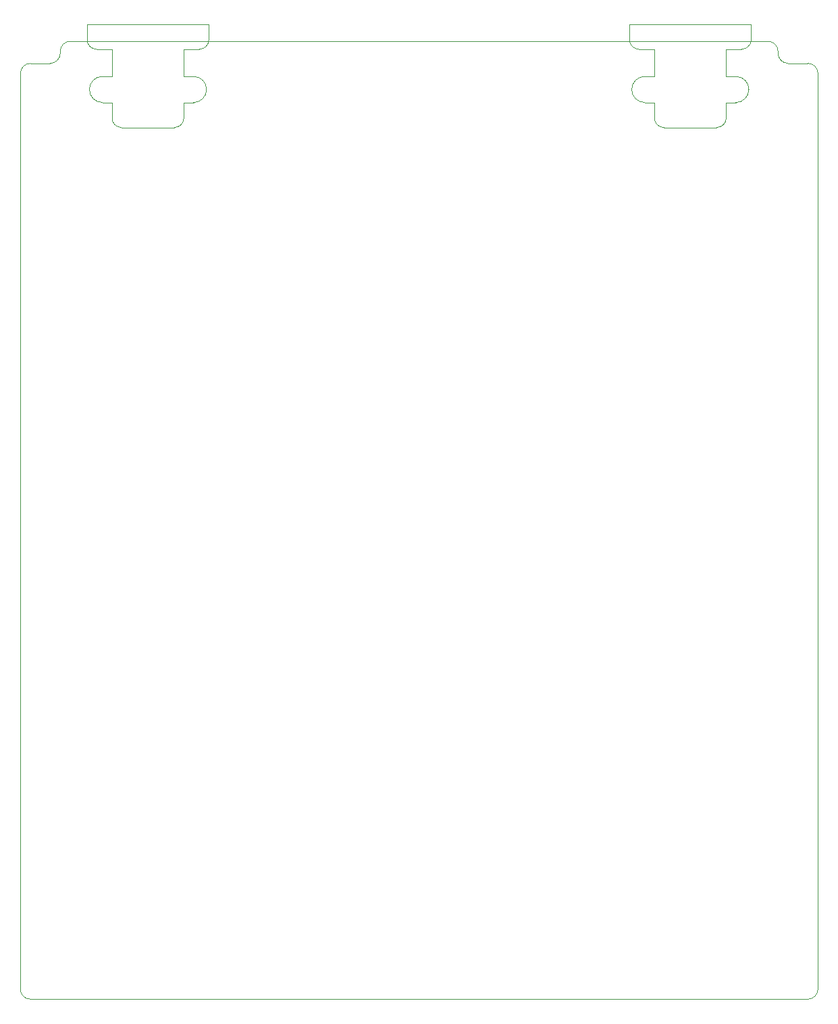
<source format=gbr>
%TF.GenerationSoftware,Altium Limited,Altium Designer,22.10.1 (41)*%
G04 Layer_Color=16711935*
%FSLAX45Y45*%
%MOMM*%
%TF.SameCoordinates,CC01BCFA-2ECF-4BF2-A349-93AF2CE8EC74*%
%TF.FilePolarity,Positive*%
%TF.FileFunction,Other,Mechanical_1*%
%TF.Part,Single*%
G01*
G75*
%TA.AperFunction,NonConductor*%
%ADD51C,0.10000*%
D51*
X-2665500Y11395500D02*
G03*
X-2665000Y11395000I500J0D01*
G01*
X-2828500Y11233100D02*
G03*
X-2665500Y11396100I0J163000D01*
G01*
D02*
G03*
X-2828500Y11559100I-163000J0D01*
G01*
X-3068000Y10920000D02*
G03*
X-2950000Y11038000I0J118000D01*
G01*
X-3850000D02*
G03*
X-3732000Y10920000I118000J0D01*
G01*
X-2755500Y11900000D02*
G03*
X-2637500Y12018000I0J118000D01*
G01*
X-3971500Y11559100D02*
G03*
X-4134500Y11396100I0J-163000D01*
G01*
D02*
G03*
X-3971500Y11233100I163000J0D01*
G01*
X-4162500Y12018000D02*
G03*
X-4044500Y11900000I118000J0D01*
G01*
X4134500Y11395500D02*
G03*
X4135000Y11395000I500J0D01*
G01*
X3971500Y11233100D02*
G03*
X4134500Y11396100I0J163000D01*
G01*
D02*
G03*
X3971500Y11559100I-163000J0D01*
G01*
X3732000Y10919999D02*
G03*
X3850000Y11038000I0J118000D01*
G01*
X2950000D02*
G03*
X3068000Y10919999I118000J0D01*
G01*
X4044500Y11900000D02*
G03*
X4162500Y12018000I0J118000D01*
G01*
X2828500Y11559100D02*
G03*
X2665500Y11396100I0J-163000D01*
G01*
D02*
G03*
X2828500Y11233100I163000J0D01*
G01*
X2637500Y12018000D02*
G03*
X2755500Y11900000I118000J0D01*
G01*
X-5000000Y127000D02*
G03*
X-4873000Y0I127000J0D01*
G01*
X-4373000Y12000000D02*
G03*
X-4500000Y11873000I0J-127000D01*
G01*
X4500000D02*
G03*
X4373000Y12000000I-127000J0D01*
G01*
X-4627000Y11723000D02*
G03*
X-4500000Y11850000I0J127000D01*
G01*
X-4873000Y11723000D02*
G03*
X-5000000Y11596000I0J-127000D01*
G01*
X5000000D02*
G03*
X4873000Y11723000I-127000J0D01*
G01*
X4500000Y11850000D02*
G03*
X4627000Y11723000I127000J0D01*
G01*
X4873000Y0D02*
G03*
X5000000Y127000I0J127000D01*
G01*
X-3400000Y10920000D02*
X-3068000D01*
X-2950000Y11233100D02*
X-2828500D01*
X-2950000Y11559100D02*
X-2828500D01*
X-2950000Y11038000D02*
Y11233100D01*
Y11559100D02*
Y11900000D01*
X-3732000Y10920000D02*
X-3400000D01*
X-3850000Y11038000D02*
Y11233100D01*
Y11559100D02*
Y11900000D01*
X-3971500Y11233100D02*
X-3850000D01*
X-3971500Y11559100D02*
X-3850000D01*
X-4044500Y11900000D02*
X-3850000D01*
X-3400000Y12209300D02*
X-2637500D01*
X-4162500D02*
X-3400000D01*
X-2950000Y11900000D02*
X-2755500D01*
X-2637500Y12018000D02*
Y12209300D01*
X-4162500Y12018000D02*
Y12209300D01*
X3400000Y10920000D02*
X3732000D01*
X3850000Y11233100D02*
X3971500D01*
X3850000Y11559100D02*
X3971500D01*
X3850000Y11038000D02*
Y11233100D01*
Y11559100D02*
Y11900000D01*
X3068000Y10920000D02*
X3400000D01*
X2950000Y11038000D02*
Y11233100D01*
Y11559100D02*
Y11900000D01*
X2828500Y11233100D02*
X2950000D01*
X2828500Y11559100D02*
X2950000D01*
X2755500Y11900000D02*
X2950000D01*
X3400000Y12209300D02*
X4162500D01*
X2637500D02*
X3400000D01*
X3850000Y11900000D02*
X4044500D01*
X4162500Y12018000D02*
Y12209300D01*
X2637500Y12018000D02*
Y12209300D01*
X-4873000Y0D02*
X4873000D01*
X-5000000Y127000D02*
Y11596000D01*
X-4500000Y11850000D02*
Y11873000D01*
X-4373000Y12000000D02*
X4373000D01*
X4500000Y11850000D02*
Y11873000D01*
X-4873000Y11723000D02*
X-4627000D01*
X4627000D02*
X4873000D01*
X4999999Y11596000D02*
X5000000Y127001D01*
%TF.MD5,e111e6e4e729d48509cfc85d6e05e379*%
M02*

</source>
